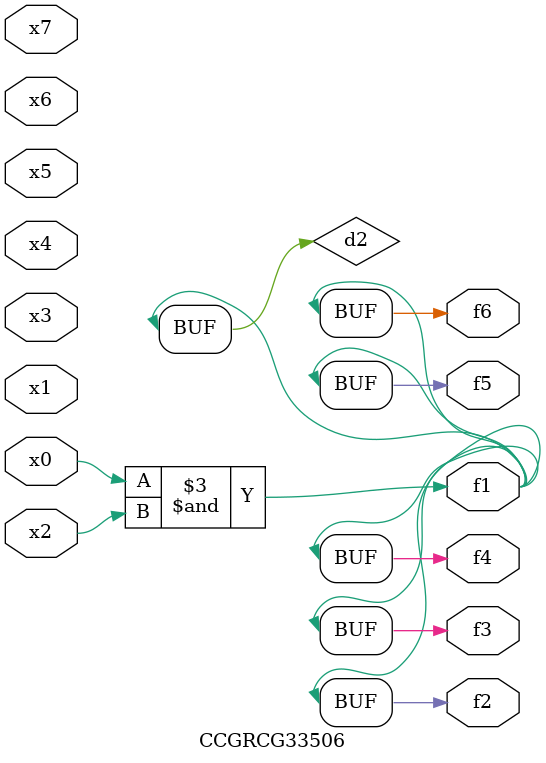
<source format=v>
module CCGRCG33506(
	input x0, x1, x2, x3, x4, x5, x6, x7,
	output f1, f2, f3, f4, f5, f6
);

	wire d1, d2;

	nor (d1, x3, x6);
	and (d2, x0, x2);
	assign f1 = d2;
	assign f2 = d2;
	assign f3 = d2;
	assign f4 = d2;
	assign f5 = d2;
	assign f6 = d2;
endmodule

</source>
